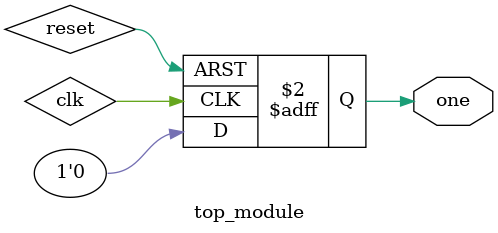
<source format=sv>
module top_module(
	output reg one);

	always @(posedge clk or negedge reset) begin
		if (reset)
			one <= 1'b0;
		else
			one <= 1'b1;
	end

endmodule

</source>
